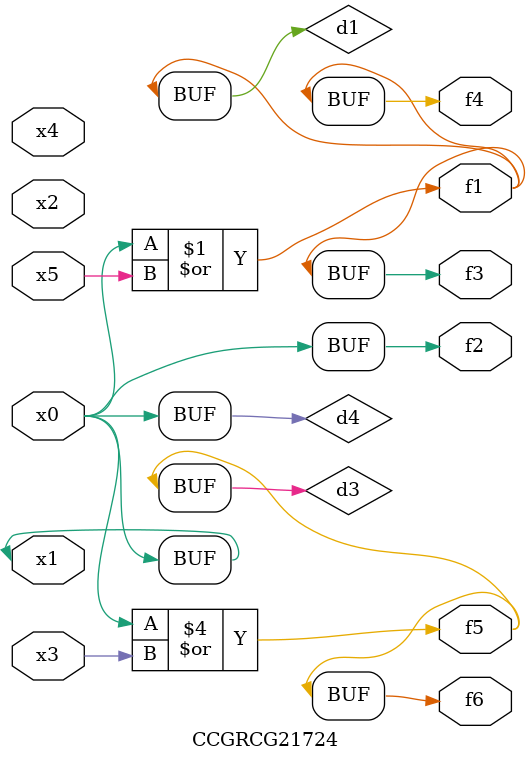
<source format=v>
module CCGRCG21724(
	input x0, x1, x2, x3, x4, x5,
	output f1, f2, f3, f4, f5, f6
);

	wire d1, d2, d3, d4;

	or (d1, x0, x5);
	xnor (d2, x1, x4);
	or (d3, x0, x3);
	buf (d4, x0, x1);
	assign f1 = d1;
	assign f2 = d4;
	assign f3 = d1;
	assign f4 = d1;
	assign f5 = d3;
	assign f6 = d3;
endmodule

</source>
